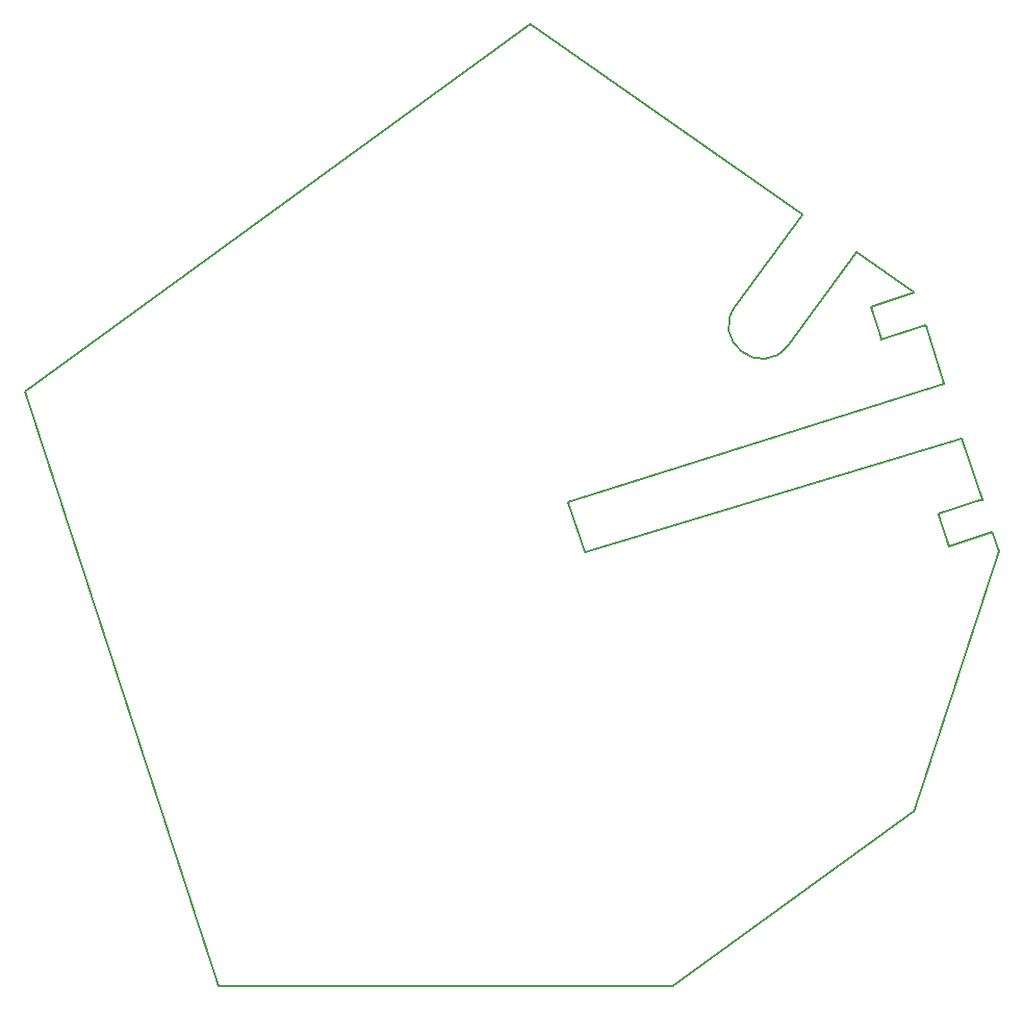
<source format=gbr>
G04 #@! TF.FileFunction,Profile,NP*
%FSLAX46Y46*%
G04 Gerber Fmt 4.6, Leading zero omitted, Abs format (unit mm)*
G04 Created by KiCad (PCBNEW 4.0.5) date Tue Mar 28 14:57:47 2017*
%MOMM*%
%LPD*%
G01*
G04 APERTURE LIST*
%ADD10C,0.100000*%
%ADD11C,0.150000*%
G04 APERTURE END LIST*
D10*
D11*
X191310000Y-88140000D02*
X191880000Y-89860000D01*
X187090000Y-75080000D02*
X185440000Y-69970000D01*
X180640000Y-68310000D02*
X184490000Y-67080000D01*
X181550000Y-71180000D02*
X180640000Y-68310000D01*
X181540000Y-71180000D02*
X185440000Y-69970000D01*
X179360000Y-63480000D02*
X184490000Y-67090000D01*
X150710000Y-43470000D02*
X174650000Y-60170000D01*
X106250000Y-75820000D02*
X123230000Y-128110000D01*
X186610000Y-86570000D02*
X190440000Y-85310000D01*
X187550000Y-89400000D02*
X186610000Y-86570000D01*
X191300000Y-88140000D02*
X187550000Y-89390000D01*
X184480000Y-112720000D02*
X191880000Y-89860000D01*
X163230000Y-128120000D02*
X184480000Y-112730000D01*
X123230000Y-128100000D02*
X163220000Y-128120000D01*
X150720000Y-43470000D02*
X106260000Y-75820000D01*
X190440000Y-85320000D02*
X188650000Y-79890000D01*
X168768000Y-68204000D02*
G75*
G03X173340000Y-71760000I2286000J-1778000D01*
G01*
X168768000Y-68204000D02*
X174650000Y-60170000D01*
X173340000Y-71760000D02*
X179360000Y-63480000D01*
X154010000Y-85500000D02*
X187090000Y-75090000D01*
X155490000Y-89970000D02*
X154020000Y-85500000D01*
X188650000Y-79900000D02*
X155480000Y-89970000D01*
M02*

</source>
